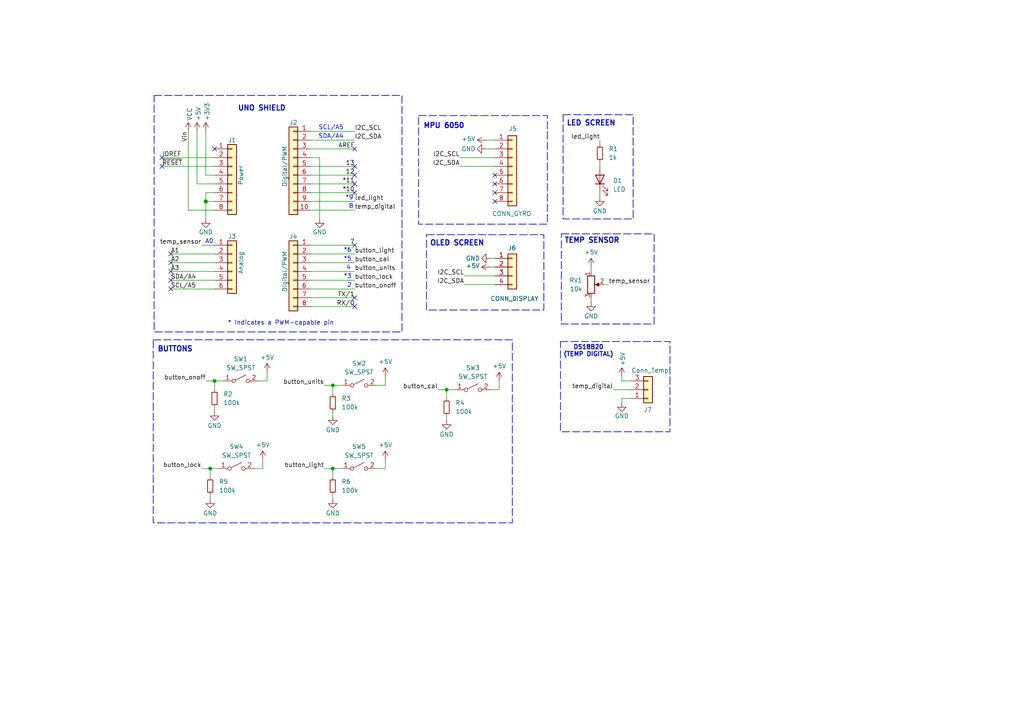
<source format=kicad_sch>
(kicad_sch (version 20231120) (generator "eeschema") (generator_version "8.0")
  (paper "A4")
  (title_block (title "Uno Shield ThermoPro") (date "2025-01-27") (rev "1.0") (company "Goncalo Martins"))
  (lib_symbols
    (symbol "Connector_Generic:Conn_01x03" (pin_names (offset 1.016) hide)
      (property "Reference" "J" (at 0 5.08 0))
      (property "Value" "Conn_01x03" (at 0 -5.08 0))
      (symbol "Conn_01x03_1_1"
        (rectangle (start -1.27 -2.413) (end 0 -2.667) (stroke (width 0.1524)))
        (rectangle (start -1.27 0.127) (end 0 -0.127) (stroke (width 0.1524)))
        (rectangle (start -1.27 2.667) (end 0 2.413) (stroke (width 0.1524)))
        (rectangle (start -1.27 3.81) (end 1.27 -3.81) (stroke (width 0.254)) (fill (type background)))
        (pin passive line (at -5.08 2.54 0) (length 3.81) (name "Pin_1") (number "1"))
        (pin passive line (at -5.08 0 0) (length 3.81) (name "Pin_2") (number "2"))
        (pin passive line (at -5.08 -2.54 0) (length 3.81) (name "Pin_3") (number "3"))
      )
    )
    (symbol "Connector_Generic:Conn_01x04" (pin_names (offset 1.016) hide)
      (property "Reference" "J" (at 0 5.08 0))
      (property "Value" "Conn_01x04" (at 0 -7.62 0))
      (symbol "Conn_01x04_1_1"
        (rectangle (start -1.27 -4.953) (end 0 -5.207) (stroke (width 0.1524)))
        (rectangle (start -1.27 -2.413) (end 0 -2.667) (stroke (width 0.1524)))
        (rectangle (start -1.27 0.127) (end 0 -0.127) (stroke (width 0.1524)))
        (rectangle (start -1.27 2.667) (end 0 2.413) (stroke (width 0.1524)))
        (rectangle (start -1.27 3.81) (end 1.27 -6.35) (stroke (width 0.254)) (fill (type background)))
        (pin passive line (at -5.08 2.54 0) (length 3.81) (name "Pin_1") (number "1"))
        (pin passive line (at -5.08 0 0) (length 3.81) (name "Pin_2") (number "2"))
        (pin passive line (at -5.08 -2.54 0) (length 3.81) (name "Pin_3") (number "3"))
        (pin passive line (at -5.08 -5.08 0) (length 3.81) (name "Pin_4") (number "4"))
      )
    )
    (symbol "Connector_Generic:Conn_01x06" (pin_names (offset 1.016) hide)
      (property "Reference" "J" (at 0 7.62 0))
      (property "Value" "Conn_01x06" (at 0 -10.16 0))
      (symbol "Conn_01x06_1_1"
        (rectangle (start -1.27 -7.493) (end 0 -7.747) (stroke (width 0.1524)))
        (rectangle (start -1.27 -4.953) (end 0 -5.207) (stroke (width 0.1524)))
        (rectangle (start -1.27 -2.413) (end 0 -2.667) (stroke (width 0.1524)))
        (rectangle (start -1.27 0.127) (end 0 -0.127) (stroke (width 0.1524)))
        (rectangle (start -1.27 2.667) (end 0 2.413) (stroke (width 0.1524)))
        (rectangle (start -1.27 5.207) (end 0 4.953) (stroke (width 0.1524)))
        (rectangle (start -1.27 6.35) (end 1.27 -8.89) (stroke (width 0.254)) (fill (type background)))
        (pin passive line (at -5.08 5.08 0) (length 3.81) (name "Pin_1") (number "1"))
        (pin passive line (at -5.08 2.54 0) (length 3.81) (name "Pin_2") (number "2"))
        (pin passive line (at -5.08 0 0) (length 3.81) (name "Pin_3") (number "3"))
        (pin passive line (at -5.08 -2.54 0) (length 3.81) (name "Pin_4") (number "4"))
        (pin passive line (at -5.08 -5.08 0) (length 3.81) (name "Pin_5") (number "5"))
        (pin passive line (at -5.08 -7.62 0) (length 3.81) (name "Pin_6") (number "6"))
      )
    )
    (symbol "Connector_Generic:Conn_01x08" (pin_names (offset 1.016) hide)
      (property "Reference" "J" (at 0 10.16 0))
      (property "Value" "Conn_01x08" (at 0 -12.7 0))
      (symbol "Conn_01x08_1_1"
        (rectangle (start -1.27 -10.033) (end 0 -10.287) (stroke (width 0.1524)))
        (rectangle (start -1.27 -7.493) (end 0 -7.747) (stroke (width 0.1524)))
        (rectangle (start -1.27 -4.953) (end 0 -5.207) (stroke (width 0.1524)))
        (rectangle (start -1.27 -2.413) (end 0 -2.667) (stroke (width 0.1524)))
        (rectangle (start -1.27 0.127) (end 0 -0.127) (stroke (width 0.1524)))
        (rectangle (start -1.27 2.667) (end 0 2.413) (stroke (width 0.1524)))
        (rectangle (start -1.27 5.207) (end 0 4.953) (stroke (width 0.1524)))
        (rectangle (start -1.27 7.747) (end 0 7.493) (stroke (width 0.1524)))
        (rectangle (start -1.27 8.89) (end 1.27 -11.43) (stroke (width 0.254)) (fill (type background)))
        (pin passive line (at -5.08 7.62 0) (length 3.81) (name "Pin_1") (number "1"))
        (pin passive line (at -5.08 5.08 0) (length 3.81) (name "Pin_2") (number "2"))
        (pin passive line (at -5.08 2.54 0) (length 3.81) (name "Pin_3") (number "3"))
        (pin passive line (at -5.08 0 0) (length 3.81) (name "Pin_4") (number "4"))
        (pin passive line (at -5.08 -2.54 0) (length 3.81) (name "Pin_5") (number "5"))
        (pin passive line (at -5.08 -5.08 0) (length 3.81) (name "Pin_6") (number "6"))
        (pin passive line (at -5.08 -7.62 0) (length 3.81) (name "Pin_7") (number "7"))
        (pin passive line (at -5.08 -10.16 0) (length 3.81) (name "Pin_8") (number "8"))
      )
    )
    (symbol "Connector_Generic:Conn_01x10" (pin_names (offset 1.016) hide)
      (property "Reference" "J" (at 0 12.7 0))
      (property "Value" "Conn_01x10" (at 0 -15.24 0))
      (symbol "Conn_01x10_1_1"
        (rectangle (start -1.27 -12.573) (end 0 -12.827) (stroke (width 0.1524)))
        (rectangle (start -1.27 -10.033) (end 0 -10.287) (stroke (width 0.1524)))
        (rectangle (start -1.27 -7.493) (end 0 -7.747) (stroke (width 0.1524)))
        (rectangle (start -1.27 -4.953) (end 0 -5.207) (stroke (width 0.1524)))
        (rectangle (start -1.27 -2.413) (end 0 -2.667) (stroke (width 0.1524)))
        (rectangle (start -1.27 0.127) (end 0 -0.127) (stroke (width 0.1524)))
        (rectangle (start -1.27 2.667) (end 0 2.413) (stroke (width 0.1524)))
        (rectangle (start -1.27 5.207) (end 0 4.953) (stroke (width 0.1524)))
        (rectangle (start -1.27 7.747) (end 0 7.493) (stroke (width 0.1524)))
        (rectangle (start -1.27 10.287) (end 0 10.033) (stroke (width 0.1524)))
        (rectangle (start -1.27 11.43) (end 1.27 -13.97) (stroke (width 0.254)) (fill (type background)))
        (pin passive line (at -5.08 10.16 0) (length 3.81) (name "Pin_1") (number "1"))
        (pin passive line (at -5.08 -12.7 0) (length 3.81) (name "Pin_10") (number "10"))
        (pin passive line (at -5.08 7.62 0) (length 3.81) (name "Pin_2") (number "2"))
        (pin passive line (at -5.08 5.08 0) (length 3.81) (name "Pin_3") (number "3"))
        (pin passive line (at -5.08 2.54 0) (length 3.81) (name "Pin_4") (number "4"))
        (pin passive line (at -5.08 0 0) (length 3.81) (name "Pin_5") (number "5"))
        (pin passive line (at -5.08 -2.54 0) (length 3.81) (name "Pin_6") (number "6"))
        (pin passive line (at -5.08 -5.08 0) (length 3.81) (name "Pin_7") (number "7"))
        (pin passive line (at -5.08 -7.62 0) (length 3.81) (name "Pin_8") (number "8"))
        (pin passive line (at -5.08 -10.16 0) (length 3.81) (name "Pin_9") (number "9"))
      )
    )
    (symbol "Device:LED" (pin_numbers hide) (pin_names (offset 1.016) hide)
      (property "Reference" "D" (at 0 2.54 0))
      (property "Value" "LED" (at 0 -2.54 0))
      (symbol "LED_0_1"
        (polyline (pts (xy -1.27 -1.27) (xy -1.27 1.27)) (stroke (width 0.254)))
        (polyline (pts (xy -1.27 0) (xy 1.27 0)))
        (polyline (pts (xy 1.27 -1.27) (xy 1.27 1.27) (xy -1.27 0) (xy 1.27 -1.27)) (stroke (width 0.254)))
        (polyline (pts (xy -3.048 -0.762) (xy -4.572 -2.286) (xy -3.81 -2.286) (xy -4.572 -2.286) (xy -4.572 -1.524)))
        (polyline (pts (xy -1.778 -0.762) (xy -3.302 -2.286) (xy -2.54 -2.286) (xy -3.302 -2.286) (xy -3.302 -1.524)))
      )
      (symbol "LED_1_1"
        (pin passive line (at -3.81 0 0) (length 2.54) (name "K") (number "1"))
        (pin passive line (at 3.81 0 180) (length 2.54) (name "A") (number "2"))
      )
    )
    (symbol "Device:R_Potentiometer" (pin_names (offset 1.016) hide)
      (property "Reference" "RV" (at -4.445 0 90))
      (property "Value" "R_Potentiometer" (at -2.54 0 90))
      (symbol "R_Potentiometer_0_1"
        (polyline (pts (xy 2.54 0) (xy 1.524 0)))
        (polyline (pts (xy 1.143 0) (xy 2.286 0.508) (xy 2.286 -0.508) (xy 1.143 0)) (fill (type outline)))
        (rectangle (start 1.016 2.54) (end -1.016 -2.54) (stroke (width 0.254)))
      )
      (symbol "R_Potentiometer_1_1"
        (pin passive line (at 0 3.81 270) (length 1.27) (name "1") (number "1"))
        (pin passive line (at 3.81 0 180) (length 1.27) (name "2") (number "2"))
        (pin passive line (at 0 -3.81 90) (length 1.27) (name "3") (number "3"))
      )
    )
    (symbol "Device:R_Small" (pin_numbers hide) (pin_names (offset 0.254) hide)
      (property "Reference" "R" (at 0.762 0.508 0))
      (property "Value" "R_Small" (at 0.762 -1.016 0))
      (symbol "R_Small_0_1"
        (rectangle (start -0.762 1.778) (end 0.762 -1.778) (stroke (width 0.2032)))
      )
      (symbol "R_Small_1_1"
        (pin passive line (at 0 2.54 270) (length 0.762) (name "~") (number "1"))
        (pin passive line (at 0 -2.54 90) (length 0.762) (name "~") (number "2"))
      )
    )
    (symbol "Switch:SW_SPST" (pin_names (offset 0) hide)
      (property "Reference" "SW" (at 0 3.175 0))
      (property "Value" "SW_SPST" (at 0 -2.54 0))
      (symbol "SW_SPST_0_0"
        (circle (center -2.032 0) (radius 0.508))
        (polyline (pts (xy -1.524 0.254) (xy 1.524 1.778)))
        (circle (center 2.032 0) (radius 0.508))
      )
      (symbol "SW_SPST_1_1"
        (pin passive line (at -5.08 0 0) (length 2.54) (name "A") (number "1"))
        (pin passive line (at 5.08 0 180) (length 2.54) (name "B") (number "2"))
      )
    )
    (symbol "power:+3V3" (power) (pin_names (offset 0))
      (property "Value" "+3V3" (at 0 3.556 0))
      (symbol "+3V3_0_1"
        (polyline (pts (xy -0.762 1.27) (xy 0 2.54)))
        (polyline (pts (xy 0 0) (xy 0 2.54)))
        (polyline (pts (xy 0 2.54) (xy 0.762 1.27)))
      )
      (symbol "+3V3_1_1"
        (pin power_in line (at 0 0 90) (length 0) hide (name "+3V3") (number "1"))
      )
    )
    (symbol "power:+5V" (power) (pin_names (offset 0))
      (property "Value" "+5V" (at 0 3.556 0))
      (symbol "+5V_0_1"
        (polyline (pts (xy -0.762 1.27) (xy 0 2.54)))
        (polyline (pts (xy 0 0) (xy 0 2.54)))
        (polyline (pts (xy 0 2.54) (xy 0.762 1.27)))
      )
      (symbol "+5V_1_1"
        (pin power_in line (at 0 0 90) (length 0) hide (name "+5V") (number "1"))
      )
    )
    (symbol "power:GND" (power) (pin_names (offset 0))
      (property "Value" "GND" (at 0 -3.81 0))
      (symbol "GND_0_1"
        (polyline (pts (xy 0 0) (xy 0 -1.27) (xy 1.27 -1.27) (xy 0 -2.54) (xy -1.27 -1.27) (xy 0 -1.27)))
      )
      (symbol "GND_1_1"
        (pin power_in line (at 0 0 270) (length 0) hide (name "GND") (number "1"))
      )
    )
    (symbol "power:VCC" (power) (pin_names (offset 0))
      (property "Value" "VCC" (at 0 3.81 0))
      (symbol "VCC_0_1"
        (polyline (pts (xy -0.762 1.27) (xy 0 2.54)))
        (polyline (pts (xy 0 0) (xy 0 2.54)))
        (polyline (pts (xy 0 2.54) (xy 0.762 1.27)))
      )
      (symbol "VCC_1_1"
        (pin power_in line (at 0 0 90) (length 0) hide (name "VCC") (number "1"))
      )
    )
  )
  (junction (at 96.52 135.89))
  (junction (at 59.69 58.42) (diameter 1.016))
  (junction (at 96.52 111.76))
  (junction (at 129.54 113.03))
  (junction (at 60.96 135.89))
  (junction (at 62.23 110.49))
  (no_connect (at 143.51 50.8))
  (no_connect (at 49.53 78.74))
  (no_connect (at 49.53 81.28))
  (no_connect (at 49.53 73.66))
  (no_connect (at 143.51 53.34))
  (no_connect (at 102.87 43.18))
  (no_connect (at 143.51 55.88))
  (no_connect (at 143.51 58.42))
  (no_connect (at 102.87 48.26))
  (no_connect (at 102.87 55.88))
  (no_connect (at 102.87 50.8))
  (no_connect (at 102.87 86.36))
  (no_connect (at 102.87 88.9))
  (no_connect (at 46.99 45.72))
  (no_connect (at 102.87 71.12))
  (no_connect (at 46.99 48.26))
  (no_connect (at 102.87 53.34))
  (no_connect (at 62.23 43.18))
  (no_connect (at 49.53 83.82))
  (no_connect (at 49.53 76.2))
  (wire (pts (xy 90.17 88.9) (xy 102.87 88.9)))
  (wire (pts (xy 182.88 110.49) (xy 180.34 110.49)))
  (wire (pts (xy 140.97 40.64) (xy 143.51 40.64)))
  (wire (pts (xy 182.88 115.57) (xy 180.34 115.57)))
  (wire (pts (xy 90.17 55.88) (xy 102.87 55.88)))
  (wire (pts (xy 133.35 48.26) (xy 143.51 48.26)))
  (wire (pts (xy 90.17 38.1) (xy 102.87 38.1)))
  (wire (pts (xy 96.52 119.38) (xy 96.52 120.65)))
  (wire (pts (xy 96.52 138.43) (xy 96.52 135.89)))
  (wire (pts (xy 59.69 55.88) (xy 59.69 58.42)))
  (wire (pts (xy 49.53 83.82) (xy 62.23 83.82)))
  (wire (pts (xy 58.42 71.12) (xy 62.23 71.12)))
  (wire (pts (xy 93.98 135.89) (xy 96.52 135.89)))
  (wire (pts (xy 134.62 82.55) (xy 143.51 82.55)))
  (wire (pts (xy 59.69 58.42) (xy 59.69 63.5)))
  (wire (pts (xy 59.69 50.8) (xy 62.23 50.8)))
  (wire (pts (xy 57.15 53.34) (xy 62.23 53.34)))
  (wire (pts (xy 73.66 135.89) (xy 76.2 135.89)))
  (wire (pts (xy 171.45 77.47) (xy 171.45 78.74)))
  (wire (pts (xy 57.15 38.1) (xy 57.15 53.34)))
  (wire (pts (xy 96.52 135.89) (xy 99.06 135.89)))
  (wire (pts (xy 180.34 115.57) (xy 180.34 116.84)))
  (wire (pts (xy 90.17 48.26) (xy 102.87 48.26)))
  (wire (pts (xy 59.69 38.1) (xy 59.69 50.8)))
  (wire (pts (xy 90.17 71.12) (xy 102.87 71.12)))
  (wire (pts (xy 96.52 111.76) (xy 99.06 111.76)))
  (wire (pts (xy 90.17 50.8) (xy 102.87 50.8)))
  (wire (pts (xy 90.17 73.66) (xy 102.87 73.66)))
  (wire (pts (xy 109.22 111.76) (xy 111.76 111.76)))
  (wire (pts (xy 144.78 113.03) (xy 144.78 110.49)))
  (wire (pts (xy 180.34 109.22) (xy 180.34 110.49)))
  (wire (pts (xy 142.24 74.93) (xy 143.51 74.93)))
  (wire (pts (xy 177.8 113.03) (xy 182.88 113.03)))
  (wire (pts (xy 62.23 118.11) (xy 62.23 119.38)))
  (wire (pts (xy 109.22 135.89) (xy 111.76 135.89)))
  (wire (pts (xy 90.17 58.42) (xy 102.87 58.42)))
  (wire (pts (xy 59.69 110.49) (xy 62.23 110.49)))
  (wire (pts (xy 129.54 115.57) (xy 129.54 113.03)))
  (wire (pts (xy 93.98 111.76) (xy 96.52 111.76)))
  (wire (pts (xy 90.17 78.74) (xy 102.87 78.74)))
  (wire (pts (xy 60.96 143.51) (xy 60.96 144.78)))
  (wire (pts (xy 46.99 45.72) (xy 62.23 45.72)))
  (wire (pts (xy 74.93 110.49) (xy 77.47 110.49)))
  (wire (pts (xy 173.99 46.99) (xy 173.99 48.26)))
  (wire (pts (xy 92.71 45.72) (xy 92.71 63.5)))
  (wire (pts (xy 96.52 143.51) (xy 96.52 144.78)))
  (wire (pts (xy 90.17 43.18) (xy 102.87 43.18)))
  (wire (pts (xy 175.26 82.55) (xy 176.53 82.55)))
  (wire (pts (xy 134.62 80.01) (xy 143.51 80.01)))
  (wire (pts (xy 62.23 76.2) (xy 49.53 76.2)))
  (wire (pts (xy 46.99 48.26) (xy 62.23 48.26)))
  (wire (pts (xy 62.23 113.03) (xy 62.23 110.49)))
  (wire (pts (xy 62.23 58.42) (xy 59.69 58.42)))
  (wire (pts (xy 171.45 87.63) (xy 171.45 86.36)))
  (wire (pts (xy 62.23 60.96) (xy 54.61 60.96)))
  (wire (pts (xy 111.76 111.76) (xy 111.76 109.22)))
  (wire (pts (xy 49.53 73.66) (xy 62.23 73.66)))
  (wire (pts (xy 140.97 43.18) (xy 143.51 43.18)))
  (wire (pts (xy 129.54 120.65) (xy 129.54 121.92)))
  (wire (pts (xy 127 113.03) (xy 129.54 113.03)))
  (wire (pts (xy 90.17 45.72) (xy 92.71 45.72)))
  (wire (pts (xy 142.24 113.03) (xy 144.78 113.03)))
  (wire (pts (xy 111.76 135.89) (xy 111.76 133.35)))
  (wire (pts (xy 60.96 135.89) (xy 63.5 135.89)))
  (wire (pts (xy 62.23 55.88) (xy 59.69 55.88)))
  (wire (pts (xy 96.52 114.3) (xy 96.52 111.76)))
  (wire (pts (xy 62.23 110.49) (xy 64.77 110.49)))
  (wire (pts (xy 90.17 53.34) (xy 102.87 53.34)))
  (wire (pts (xy 129.54 113.03) (xy 132.08 113.03)))
  (wire (pts (xy 58.42 135.89) (xy 60.96 135.89)))
  (wire (pts (xy 90.17 76.2) (xy 102.87 76.2)))
  (wire (pts (xy 142.24 77.47) (xy 143.51 77.47)))
  (wire (pts (xy 49.53 78.74) (xy 62.23 78.74)))
  (wire (pts (xy 76.2 135.89) (xy 76.2 133.35)))
  (wire (pts (xy 60.96 138.43) (xy 60.96 135.89)))
  (wire (pts (xy 173.99 55.88) (xy 173.99 57.15)))
  (wire (pts (xy 133.35 45.72) (xy 143.51 45.72)))
  (wire (pts (xy 77.47 110.49) (xy 77.47 107.95)))
  (wire (pts (xy 90.17 40.64) (xy 102.87 40.64)))
  (wire (pts (xy 90.17 83.82) (xy 102.87 83.82)))
  (wire (pts (xy 173.99 40.64) (xy 173.99 41.91)))
  (wire (pts (xy 90.17 81.28) (xy 102.87 81.28)))
  (wire (pts (xy 90.17 86.36) (xy 102.87 86.36)))
  (wire (pts (xy 54.61 60.96) (xy 54.61 38.1)))
  (wire (pts (xy 62.23 81.28) (xy 49.53 81.28)))
  (wire (pts (xy 90.17 60.96) (xy 102.87 60.96)))
  (rectangle (start 44.45 98.552) (end 148.59 151.638) (stroke (width 0.2) (type dash)))
  (rectangle (start 123.698 68.072) (end 157.734 89.916) (stroke (width 0.2) (type dash)))
  (rectangle (start 163.322 33.274) (end 183.642 63.5) (stroke (width 0.2) (type dash)))
  (rectangle (start 44.704 27.686) (end 116.586 96.266) (stroke (width 0.2) (type dash)))
  (rectangle (start 121.412 33.528) (end 158.75 65.024) (stroke (width 0.2) (type dash)))
  (rectangle (start 162.56 99.06) (end 194.31 125.222) (stroke (width 0.2) (type dash)))
  (rectangle (start 162.814 67.818) (end 189.738 93.98) (stroke (width 0.2) (type dash)))
  (text "OLED SCREEN" (at 132.588 70.612 0) (effects (font (size 1.5 1.5) (thickness 0.3) (bold yes))))
  (text "A0\n" (at 60.706 70.104 0) (effects (font (size 1.27 1.27))))
  (text "LED SCREEN" (at 171.45 35.814 0) (effects (font (size 1.5 1.5) (thickness 0.3) (bold yes))))
  (text "*9" (at 101.346 57.404 0) (effects (font (size 1.27 1.27))))
  (text "DS18B20\n(TEMP DIGITAL)" (at 170.688 101.854 0) (effects (font (size 1.27 1.27) (thickness 0.254) (bold yes))))
  (text "TEMP SENSOR" (at 171.704 69.85 0) (effects (font (size 1.5 1.5) (thickness 0.3) (bold yes))))
  (text "UNO SHIELD" (at 75.946 31.496 0) (effects (font (size 1.5 1.5) (thickness 0.3) (bold yes))))
  (text "MPU 6050" (at 128.778 36.576 0) (effects (font (size 1.5 1.5) (thickness 0.3) (bold yes))))
  (text "SCL/A5" (at 96.012 37.084 0) (effects (font (size 1.27 1.27))))
  (text "*6" (at 100.838 72.644 0) (effects (font (size 1.27 1.27))))
  (text "SDA/A4" (at 96.012 39.624 0) (effects (font (size 1.27 1.27))))
  (text "BUTTONS" (at 50.8 101.346 0) (effects (font (size 1.5 1.5) (thickness 0.3) (bold yes))))
  (text "*5" (at 100.838 75.184 0) (effects (font (size 1.27 1.27))))
  (text "*3" (at 100.838 80.264 0) (effects (font (size 1.27 1.27))))
  (text "* Indicates a PWM-capable pin" (at 66.04 94.488 0) (effects (font (size 1.27 1.27)) (justify left bottom)))
  (text "2\n" (at 101.346 82.804 0) (effects (font (size 1.27 1.27))))
  (text "8" (at 101.854 59.944 0) (effects (font (size 1.27 1.27))))
  (text "4" (at 101.092 77.724 0) (effects (font (size 1.27 1.27))))
  (label "RX{slash}0" (at 102.87 88.9 180))
  (label "button_light" (at 93.98 135.89 180))
  (label "A2" (at 49.53 76.2 0))
  (label "I2C_SDA" (at 134.62 82.55 180))
  (label "button_cal" (at 127 113.03 180))
  (label "A3" (at 49.53 78.74 0))
  (label "I2C_SCL" (at 133.35 45.72 180))
  (label "button_onoff" (at 59.69 110.49 180))
  (label "13" (at 102.87 48.26 180))
  (label "temp_digital" (at 102.87 60.96 0))
  (label "12" (at 102.87 50.8 180))
  (label "~{RESET}" (at 46.99 48.26 0))
  (label "I2C_SCL" (at 102.87 38.1 0))
  (label "I2C_SDA" (at 102.87 40.64 0))
  (label "*10" (at 102.87 55.88 180))
  (label "I2C_SCL" (at 134.62 80.01 180))
  (label "button_cal" (at 102.87 76.2 0))
  (label "temp_sensor" (at 58.42 71.12 180))
  (label "button_onoff" (at 102.87 83.82 0))
  (label "7" (at 102.87 71.12 180))
  (label "button_units" (at 102.87 78.74 0))
  (label "*11" (at 102.87 53.34 180))
  (label "button_lock" (at 58.42 135.89 180))
  (label "led_light" (at 102.87 58.42 0))
  (label "led_light" (at 173.99 40.64 180))
  (label "A1" (at 49.53 73.66 0))
  (label "TX{slash}1" (at 102.87 86.36 180))
  (label "button_units" (at 93.98 111.76 180))
  (label "AREF" (at 102.87 43.18 180))
  (label "I2C_SDA" (at 133.35 48.26 180))
  (label "Vin" (at 54.61 38.1 270))
  (label "button_lock" (at 102.87 81.28 0))
  (label "temp_digital" (at 177.8 113.03 180))
  (label "IOREF" (at 46.99 45.72 0))
  (label "button_light" (at 102.87 73.66 0))
  (label "SDA{slash}A4" (at 49.53 81.28 0))
  (label "SCL{slash}A5" (at 49.53 83.82 0))
  (label "temp_sensor" (at 176.53 82.55 0))
  (symbol (lib_id "Connector_Generic:Conn_01x08") (at 67.31 50.8 0) (unit 1)
    (property "Reference" "J1" (at 67.31 40.64 0))
    (property "Value" "Power" (at 69.85 50.8 90))
    (property "Footprint" "Connector_PinSocket_2.54mm:PinSocket_1x08_P2.54mm_Vertical" (effects (hide yes)))
  )
  (symbol (lib_id "power:+3V3") (at 59.69 38.1 0) (unit 1)
    (property "Reference" "#PWR03" (effects (hide yes)))
    (property "Value" "+3V3" (at 60.071 35.052 90) (effects (justify left)))
  )
  (symbol (lib_id "power:+5V") (at 57.15 38.1 0) (unit 1)
    (property "Reference" "#PWR02" (effects (hide yes)))
    (property "Value" "+5V" (at 57.5056 35.052 90) (effects (justify left)))
  )
  (symbol (lib_id "power:GND") (at 59.69 63.5 0) (unit 1)
    (property "Reference" "#PWR07" (effects (hide yes)))
    (property "Value" "GND" (at 59.69 67.31 0))
  )
  (symbol (lib_id "Connector_Generic:Conn_01x10") (at 85.09 48.26 0) (mirror y) (unit 1)
    (property "Reference" "J2" (at 85.09 35.56 0))
    (property "Value" "Digital/PWM" (at 82.55 48.26 90))
    (property "Footprint" "Connector_PinSocket_2.54mm:PinSocket_1x10_P2.54mm_Vertical" (effects (hide yes)))
  )
  (symbol (lib_id "power:GND") (at 92.71 63.5 0) (unit 1)
    (property "Reference" "#PWR08" (effects (hide yes)))
    (property "Value" "GND" (at 92.71 67.31 0))
  )
  (symbol (lib_id "Connector_Generic:Conn_01x06") (at 67.31 76.2 0) (unit 1)
    (property "Reference" "J3" (at 67.31 68.58 0))
    (property "Value" "Analog" (at 69.85 76.2 90))
    (property "Footprint" "Connector_PinSocket_2.54mm:PinSocket_1x06_P2.54mm_Vertical" (effects (hide yes)))
  )
  (symbol (lib_id "Connector_Generic:Conn_01x08") (at 85.09 78.74 0) (mirror y) (unit 1)
    (property "Reference" "J4" (at 85.09 68.58 0))
    (property "Value" "Digital/PWM" (at 82.55 78.74 90))
    (property "Footprint" "Connector_PinSocket_2.54mm:PinSocket_1x08_P2.54mm_Vertical" (effects (hide yes)))
  )
  (symbol (lib_id "power:GND") (at 62.23 119.38 0) (unit 1)
    (property "Reference" "#PWR016" (effects (hide yes)))
    (property "Value" "GND" (at 62.23 123.444 0))
  )
  (symbol (lib_id "Device:R_Small") (at 62.23 115.57 0) (unit 1)
    (property "Reference" "R2" (at 64.77 114.2999 0) (effects (justify left)))
    (property "Value" "100k" (at 64.77 116.8399 0) (effects (justify left)))
    (property "Footprint" "Resistor_THT:R_Axial_DIN0207_L6.3mm_D2.5mm_P10.16mm_Horizontal" (effects (hide yes)))
    (property "Description" "Resistor, small symbol" (effects (hide yes)))
  )
  (symbol (lib_id "Switch:SW_SPST") (at 104.14 111.76 0) (unit 1)
    (property "Reference" "SW2" (at 104.14 105.41 0))
    (property "Value" "SW_SPST" (at 104.14 107.95 0))
    (property "Footprint" "Button_Switch_THT:SW_PUSH_6mm" (effects (hide yes)))
    (property "Description" "Single Pole Single Throw (SPST) switch" (effects (hide yes)))
  )
  (symbol (lib_id "power:+5V") (at 77.47 107.95 0) (unit 1)
    (property "Reference" "#PWR013" (effects (hide yes)))
    (property "Value" "+5V" (at 75.438 103.632 0) (effects (justify left)))
  )
  (symbol (lib_id "power:+5V") (at 140.97 40.64 90) (unit 1)
    (property "Reference" "#PWR04" (effects (hide yes)))
    (property "Value" "+5V" (at 137.922 40.2844 90) (effects (justify left)))
  )
  (symbol (lib_id "power:GND") (at 142.24 74.93 270) (unit 1)
    (property "Reference" "#PWR09" (effects (hide yes)))
    (property "Value" "GND" (at 137.16 74.93 90))
  )
  (symbol (lib_id "power:+5V") (at 180.34 109.22 0) (unit 1)
    (property "Reference" "#PWR023" (effects (hide yes)))
    (property "Value" "+5V" (at 180.594 106.172 90) (effects (justify left)))
  )
  (symbol (lib_id "power:+5V") (at 171.45 77.47 0) (unit 1)
    (property "Reference" "#PWR011" (effects (hide yes)))
    (property "Value" "+5V" (at 169.418 73.152 0) (effects (justify left)))
  )
  (symbol (lib_id "Device:R_Potentiometer") (at 171.45 82.55 0) (unit 1)
    (property "Reference" "RV1" (at 168.91 81.2799 0) (effects (justify right)))
    (property "Value" "10k" (at 168.91 83.8199 0) (effects (justify right)))
    (property "Footprint" "Potentiometer_THT:Potentiometer_Bourns_3386P_Vertical" (effects (hide yes)))
    (property "Description" "Potentiometer" (effects (hide yes)))
  )
  (symbol (lib_id "Connector_Generic:Conn_01x03") (at 187.96 113.03 0) (mirror x) (unit 1)
    (property "Reference" "J7" (at 186.69 118.872 0) (effects (justify left)))
    (property "Value" "Conn_Temp" (at 183.134 107.442 0) (effects (justify left)))
    (property "Footprint" "Connector_JST:JST_XH_B3B-XH-A_1x03_P2.50mm_Vertical" (effects (hide yes)))
    (property "Description" "Generic connector, single row, 01x03, script generated (kicad-library-utils/schlib/autogen/connector/)" (effects (hide yes)))
  )
  (symbol (lib_id "power:VCC") (at 54.61 38.1 0) (unit 1)
    (property "Reference" "#PWR01" (effects (hide yes)))
    (property "Value" "VCC" (at 54.991 35.052 90) (effects (justify left)))
  )
  (symbol (lib_id "Switch:SW_SPST") (at 137.16 113.03 0) (unit 1)
    (property "Reference" "SW3" (at 137.16 106.68 0))
    (property "Value" "SW_SPST" (at 137.16 109.22 0))
    (property "Footprint" "Button_Switch_THT:SW_PUSH_6mm" (effects (hide yes)))
    (property "Description" "Single Pole Single Throw (SPST) switch" (effects (hide yes)))
  )
  (symbol (lib_id "power:+5V") (at 111.76 109.22 0) (unit 1)
    (property "Reference" "#PWR014" (effects (hide yes)))
    (property "Value" "+5V" (at 109.728 104.902 0) (effects (justify left)))
  )
  (symbol (lib_id "Device:R_Small") (at 96.52 116.84 0) (unit 1)
    (property "Reference" "R3" (at 99.06 115.5699 0) (effects (justify left)))
    (property "Value" "100k" (at 99.06 118.1099 0) (effects (justify left)))
    (property "Footprint" "Resistor_THT:R_Axial_DIN0207_L6.3mm_D2.5mm_P10.16mm_Horizontal" (effects (hide yes)))
    (property "Description" "Resistor, small symbol" (effects (hide yes)))
  )
  (symbol (lib_id "Switch:SW_SPST") (at 104.14 135.89 0) (unit 1)
    (property "Reference" "SW5" (at 104.14 129.54 0))
    (property "Value" "SW_SPST" (at 104.14 132.08 0))
    (property "Footprint" "Button_Switch_THT:SW_PUSH_6mm" (effects (hide yes)))
    (property "Description" "Single Pole Single Throw (SPST) switch" (effects (hide yes)))
  )
  (symbol (lib_id "power:GND") (at 129.54 121.92 0) (unit 1)
    (property "Reference" "#PWR018" (effects (hide yes)))
    (property "Value" "GND" (at 129.54 125.984 0))
  )
  (symbol (lib_id "power:GND") (at 180.34 116.84 0) (unit 1)
    (property "Reference" "#PWR024" (effects (hide yes)))
    (property "Value" "GND" (at 180.34 120.65 0))
  )
  (symbol (lib_id "power:GND") (at 171.45 87.63 0) (unit 1)
    (property "Reference" "#PWR012" (effects (hide yes)))
    (property "Value" "GND" (at 171.45 91.694 0))
  )
  (symbol (lib_id "power:GND") (at 96.52 144.78 0) (unit 1)
    (property "Reference" "#PWR022" (effects (hide yes)))
    (property "Value" "GND" (at 96.52 148.844 0))
  )
  (symbol (lib_id "Device:R_Small") (at 60.96 140.97 0) (unit 1)
    (property "Reference" "R5" (at 63.5 139.6999 0) (effects (justify left)))
    (property "Value" "100k" (at 63.5 142.2399 0) (effects (justify left)))
    (property "Footprint" "Resistor_THT:R_Axial_DIN0207_L6.3mm_D2.5mm_P10.16mm_Horizontal" (effects (hide yes)))
    (property "Description" "Resistor, small symbol" (effects (hide yes)))
  )
  (symbol (lib_id "Device:R_Small") (at 96.52 140.97 0) (unit 1)
    (property "Reference" "R6" (at 99.06 139.6999 0) (effects (justify left)))
    (property "Value" "100k" (at 99.06 142.2399 0) (effects (justify left)))
    (property "Footprint" "Resistor_THT:R_Axial_DIN0207_L6.3mm_D2.5mm_P10.16mm_Horizontal" (effects (hide yes)))
    (property "Description" "Resistor, small symbol" (effects (hide yes)))
  )
  (symbol (lib_id "power:GND") (at 173.99 57.15 0) (unit 1)
    (property "Reference" "#PWR06" (effects (hide yes)))
    (property "Value" "GND" (at 173.99 61.214 0))
  )
  (symbol (lib_id "power:GND") (at 60.96 144.78 0) (unit 1)
    (property "Reference" "#PWR021" (effects (hide yes)))
    (property "Value" "GND" (at 60.96 148.844 0))
  )
  (symbol (lib_id "power:+5V") (at 111.76 133.35 0) (unit 1)
    (property "Reference" "#PWR020" (effects (hide yes)))
    (property "Value" "+5V" (at 109.728 129.032 0) (effects (justify left)))
  )
  (symbol (lib_id "Connector_Generic:Conn_01x08") (at 148.59 48.26 0) (unit 1)
    (property "Reference" "J5" (at 147.574 37.338 0) (effects (justify left)))
    (property "Value" "CONN_GYRO" (at 142.748 61.976 0) (effects (justify left)))
    (property "Footprint" "Connector_PinSocket_2.54mm:PinSocket_1x08_P2.54mm_Vertical" (effects (hide yes)))
    (property "Description" "Generic connector, single row, 01x08, script generated (kicad-library-utils/schlib/autogen/connector/)" (effects (hide yes)))
  )
  (symbol (lib_id "Switch:SW_SPST") (at 69.85 110.49 0) (unit 1)
    (property "Reference" "SW1" (at 69.85 104.14 0))
    (property "Value" "SW_SPST" (at 69.85 106.68 0))
    (property "Footprint" "Button_Switch_THT:SW_PUSH_6mm" (effects (hide yes)))
    (property "Description" "Single Pole Single Throw (SPST) switch" (effects (hide yes)))
  )
  (symbol (lib_id "power:GND") (at 140.97 43.18 270) (unit 1)
    (property "Reference" "#PWR05" (effects (hide yes)))
    (property "Value" "GND" (at 135.89 43.18 90))
  )
  (symbol (lib_id "power:+5V") (at 144.78 110.49 0) (unit 1)
    (property "Reference" "#PWR015" (effects (hide yes)))
    (property "Value" "+5V" (at 142.748 106.172 0) (effects (justify left)))
  )
  (symbol (lib_id "power:+5V") (at 142.24 77.47 90) (unit 1)
    (property "Reference" "#PWR010" (effects (hide yes)))
    (property "Value" "+5V" (at 139.192 77.1144 90) (effects (justify left)))
  )
  (symbol (lib_id "Device:LED") (at 173.99 52.07 90) (unit 1)
    (property "Reference" "D1" (at 177.8 52.3874 90) (effects (justify right)))
    (property "Value" "LED" (at 177.8 54.9274 90) (effects (justify right)))
    (property "Footprint" "LED_THT:LED_D5.0mm" (effects (hide yes)))
    (property "Description" "Light emitting diode" (effects (hide yes)))
  )
  (symbol (lib_id "power:GND") (at 96.52 120.65 0) (unit 1)
    (property "Reference" "#PWR017" (effects (hide yes)))
    (property "Value" "GND" (at 96.52 124.714 0))
  )
  (symbol (lib_id "Switch:SW_SPST") (at 68.58 135.89 0) (unit 1)
    (property "Reference" "SW4" (at 68.58 129.54 0))
    (property "Value" "SW_SPST" (at 68.58 132.08 0))
    (property "Footprint" "Button_Switch_THT:SW_PUSH_6mm" (effects (hide yes)))
    (property "Description" "Single Pole Single Throw (SPST) switch" (effects (hide yes)))
  )
  (symbol (lib_id "Device:R_Small") (at 129.54 118.11 0) (unit 1)
    (property "Reference" "R4" (at 132.08 116.8399 0) (effects (justify left)))
    (property "Value" "100k" (at 132.08 119.3799 0) (effects (justify left)))
    (property "Footprint" "Resistor_THT:R_Axial_DIN0207_L6.3mm_D2.5mm_P10.16mm_Horizontal" (effects (hide yes)))
    (property "Description" "Resistor, small symbol" (effects (hide yes)))
  )
  (symbol (lib_id "Device:R_Small") (at 173.99 44.45 0) (unit 1)
    (property "Reference" "R1" (at 176.53 43.1799 0) (effects (justify left)))
    (property "Value" "1k" (at 176.53 45.7199 0) (effects (justify left)))
    (property "Footprint" "Resistor_THT:R_Axial_DIN0207_L6.3mm_D2.5mm_P10.16mm_Horizontal" (effects (hide yes)))
    (property "Description" "Resistor, small symbol" (effects (hide yes)))
  )
  (symbol (lib_id "Connector_Generic:Conn_01x04") (at 148.59 77.47 0) (unit 1)
    (property "Reference" "J6" (at 147.32 71.882 0) (effects (justify left)))
    (property "Value" "CONN_DISPLAY" (at 142.24 86.614 0) (effects (justify left)))
    (property "Footprint" "Connector_PinSocket_2.54mm:PinSocket_1x04_P2.54mm_Vertical" (effects (hide yes)))
    (property "Description" "Generic connector, single row, 01x04, script generated (kicad-library-utils/schlib/autogen/connector/)" (effects (hide yes)))
  )
  (symbol (lib_id "power:+5V") (at 76.2 133.35 0) (unit 1)
    (property "Reference" "#PWR019" (effects (hide yes)))
    (property "Value" "+5V" (at 74.168 129.032 0) (effects (justify left)))
  )
)
</source>
